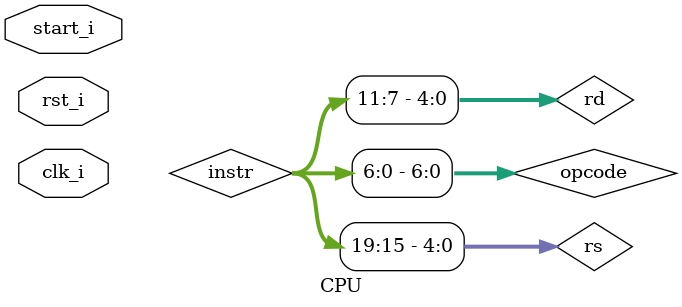
<source format=v>
module CPU
(
    clk_i, 
    rst_i,
    start_i
);

// Ports
input               clk_i;
input               rst_i;
input               start_i;
wire [31:0] pc;
wire [31:0] instr_addr, instr;
wire [31:0] rs_data, rt_data;
wire [11:0] imm;
wire [4:0] imm2;
wire [6:0] opcode;
wire [6:0] funct7_i;
wire [4:0] rs, rt, rd;
wire [2:0] funct3_i;
wire [31 : 0] ID_EX_RSdata;
wire [31 : 0] ID_EX_RTdata;
assign opcode = instr[6:0];
wire [31:0] PC_addr;

assign rd = instr[11:7];
assign rs = instr[19:15];
assign funct3_i = instr[14:12] ;
assign rt = instr[24:20];
assign funct7_i = instr[31:25];
assign imm = instr[31:20];
//assign imm2 = instr[24:20];
//從頭到尾跑一遍 

// 由brach吐出來的決定

wire [31:0] IFID_addr_o,IFID_inst_o; //定義IFID_addr_o 等等會用來與ADD_branch做相加

/*還沒用完*/
branch_predictor Brach_Predictor(
    .clk_i (clk_i),
    .rst_i (rst_i),
    .update_i (XNor.data_o),
    .branch_i (IDEX.Branch_o),
    .predict_o (),
    .last_branch_o (),
    .bit1_o (),
    .bit2_o ()
);

MUX32_4Input MUX_PCSrc(
    .data1_i    (Add_PC.data_o),
    .data2_i    (Add_Branch_addr.data_o),
    .data3_i    ( MUX_EXPCtoPC.data_o), /*預測錯誤回傳的地址*/ /*這有很大的問題*/ 
    /*data3 有大BUG*/// 單獨沒問題 過mutex就有問題
    .select_i   (Forward_PC.forward_o),  
    .data_o     ()
);

// MUX32 MUX_PCSrc(
//     .data1_i    (Add_PC.data_o),
//     .data2_i    (Add_Branch_addr.data_o),    
//     .select_i   (Branch_And.data_o),  
//     .data_o     ()
// );
And Branch_And(
    .data1_i	(Control.Branch_o),
    .data2_i	(Brach_Predictor.predict_o), //((ID_EX_RSdata == ID_EX_RTdata)? 1'b1 : 1'b0), //1代表strong predict  0 代表 weak predict
    .data_o	    ()
);

And EX_Flush(
    .data1_i	(IDEX.Branch_o),
    .data2_i	(~XNor.data_o), //((ID_EX_RSdata == ID_EX_RTdata)? 1'b1 : 1'b0), //1代表strong predict  0 代表 weak predict
    .data_o	    ()
);
Adder Add_Branch_addr(
    .data1_i   (  ImmGen.data_o << 1), 
    .data2_i   (IFID_addr_o),
    .data_o     ()
);

PC PC(
    .clk_i      (clk_i),
    .rst_i      (rst_i),
    .PCWrite_i  (Hazard.PCWrite_o),
    .pc_i       (MUX_PCSrc.data_o),
    .pc_o       (PC_addr)
);

Instruction_Memory Instruction_Memory(
    .addr_i     (PC_addr), 
    .instr_o    ()
);

Adder Add_PC(
    .data1_i    (PC_addr),
    .data2_i    (32'd4),
    .data_o     ()
);

Adder Add_PC2(
    .data1_i    (IDEX.PC_o),
    .data2_i    (32'd4),
    .data_o     ()
);



IFID IFID(
    .clk_i 	    (clk_i),
    .start_i 	(start_i),
    .addr_i 	(PC_addr),
    .inst_i 	(Instruction_Memory.instr_o),
    .Flush_i	(Branch_And.data_o | EX_Flush.data_o),
    .Stall_i    (Hazard.Stall_o),
    .addr_o	    (IFID_addr_o),
    .inst_o	    (IFID_inst_o)
);


Hazard Hazard(
    .IFID_RS1_i      (IFID_inst_o[19:15]),
    .IFID_RS2_i      (IFID_inst_o[24:20]),
    .IDEX_MemRead_i  (IDEX.MemRead_o),
    .IDEX_RD_i       (IDEX.RDaddr_o),
    .PCWrite_o       (),
    .Stall_o         (),
    .NoOp_o          ()
);


Registers Registers(
    .clk_i          (clk_i),
    .RS1addr_i      (IFID_inst_o[19:15]),
    .RS2addr_i      (IFID_inst_o[24:20]),
    .RDaddr_i       (MEMWB.RDaddr_o), 
    .RDdata_i       (MUX_MemtoReg.data_o),
    .RegWrite_i     (MEMWB.RegWrite_o), 
    .RS1data_o      (ID_EX_RSdata),  //用來作比較 equal branch
    .RS2data_o      (ID_EX_RTdata) 
);

Control Control(
    .Op_i       (IFID_inst_o[6:0]),
    .NoOp_i     (Hazard.NoOp_o),
	.RegWrite_o (),
	.MemtoReg_o (),
	.MemRead_o  (),
	.MemWrite_o (),
	.ALUOp_o    (),
	.ALUSrc_o   (),
    .Branch_o   ()
);

ImmGen ImmGen(
    .clk_i          (clk_i),
    .data_i         (IFID_inst_o),
    .data_o         ()
);

IDEX IDEX(
    .clk_i      (clk_i), 
    .start_i    (start_i), 
    .RegWrite_i (Control.RegWrite_o), 
    .MemtoReg_i (Control.MemtoReg_o),  
    .MemRead_i  (Control.MemRead_o), 
    .MemWrite_i (Control.MemWrite_o), 
    .ALUOp_i    (Control.ALUOp_o), 
    .ALUSrc_i   (Control.ALUSrc_o),
    .RSdata_i  (Registers.RS1data_o), 
    .RTdata_i  (Registers.RS2data_o), 
    .ImmGen_i   (ImmGen.data_o),
    //.funct_7_3_i ({IFID_inst_o[31:25],IFID_inst_o[14:12]}),
    .funct7_i (IFID_inst_o[31:25]),
    .funct3_i (IFID_inst_o[14:12]),
    .RSaddr_i  (IFID_inst_o[19:15]),
    .RTaddr_i  (IFID_inst_o[24:20]),
    .RDaddr_i   (IFID_inst_o[11:7]), 
    /*PC target i */
    .PC_target_i (Add_Branch_addr.data_o),
    .PC_i (IFID.addr_o),
    .Branch_i (Control.Branch_o),
    .Flush_i (EX_Flush.data_o), 
    /*not yet add */
    .RegWrite_o (), 
    .MemtoReg_o (),  
    .MemRead_o  (), 
    .MemWrite_o (), 
    .ALUOp_o    (), 
    .ALUSrc_o   (),
    .RSdata_o  (), 
    .RTdata_o  (), 
    .ImmGen_o   (),
    .funct7_o (),
    .funct3_o (),
    .RSaddr_o  (),
    .RTaddr_o  (),
    .RDaddr_o   (),
    .PC_o (),
    .PC_target_o (),
    .Branch_o (),
    .predict_o ()
);

MUX32_4Input MUX_ALUSrc_RS1(
    .data1_i    (IDEX.RSdata_o),
    .data2_i    (MUX_MemtoReg.data_o),
    .data3_i    (EXMEM.ALUdata_o),
    .select_i   (Forward.ForwardA_o),
    .data_o     ()
);

MUX32_4Input MUX_ALUSrc_RS2(
    .data1_i    (IDEX.RTdata_o),
    .data2_i    (MUX_MemtoReg.data_o),
    .data3_i    (EXMEM.ALUdata_o),
    .select_i   (Forward.ForwardB_o),
    .data_o     ()
);

MUX32 MUX_ALUSrc(
    .data1_i    (MUX_ALUSrc_RS2.data_o),
    .data2_i    (IDEX.ImmGen_o),
    .select_i   (IDEX.ALUSrc_o),
    .data_o     ()
);

Forward Forward(
    .ID_EX_RSaddr_i         (IDEX.RSaddr_o),
    .ID_EX_RTaddr_i         (IDEX.RTaddr_o),
    .EX_MEM_RegWrite_i   (EXMEM.RegWrite_o),
    .EX_MEM_RDaddr_i         (EXMEM.RDaddr_o),
    .MEM_WB_RegWrite_i   (MEMWB.RegWrite_o),
    .MEM_WB_RDaddr_i         (MEMWB.RDaddr_o),
    .ForwardA_o         (),
    .ForwardB_o         ()
);
Forward_PC Forward_PC(
    //這邊不是Control.Branch_o 因為如果是control 那就一定會跳 你應該要參考branch predictor
    // 也就是 AND_BRANCH 得輸出才是
    .branch_ID_i (Branch_And.data_o), 
    .branch_EX_i (IDEX.Branch_o & ~XNor.data_o),
    .forward_o ()
);



ALU_Control ALU_Control(
    .funct7_i    (IDEX.funct7_o),
    .funct3_i   (IDEX.funct3_o),
    .ALUOp_i    (IDEX.ALUOp_o),
    .ALUCtrl_o  ()
);
XNor XNor(
    .data1_i (ALU.Zero_o),
    .data2_i (Brach_Predictor.predict_o),
    .data_o ()
);

ALU ALU(
    .data1_i    (MUX_ALUSrc_RS1.data_o),
    .data2_i    (MUX_ALUSrc.data_o),
    .ALUCtrl_i  (ALU_Control.ALUCtrl_o),
    .data_o     (),
    .Zero_o     ()
);

EXMEM EXMEM (
    .clk_i      (clk_i),
    .start_i    (start_i),
    .RegWrite_i (IDEX.RegWrite_o),
    .MemtoReg_i (IDEX.MemtoReg_o),
    .MemRead_i  (IDEX.MemRead_o),
    .MemWrite_i (IDEX.MemWrite_o),
    .ALUdata_i  (ALU.data_o),
    .MemWdata_i (MUX_ALUSrc_RS2.data_o),
    .RDaddr_i (IDEX.RDaddr_o), 
    .RegWrite_o (),
    .MemtoReg_o (),
    .MemRead_o  (),
    .MemWrite_o (),
    .ALUdata_o  (),
    .MemWdata_o (),
    .RDaddr_o ()
);


Data_Memory Data_Memory(
    .clk_i      (clk_i), 
    .addr_i     (EXMEM.ALUdata_o), 
    .MemRead_i  (EXMEM.MemRead_o),
    .MemWrite_i (EXMEM.MemWrite_o),
    .data_i     (EXMEM.MemWdata_o),
    .data_o     ()
);


MEMWB MEMWB(
	.clk_i      (clk_i),
	.start_i    (start_i),
	.RegWrite_i (EXMEM.RegWrite_o),
	.MemtoReg_i (EXMEM.MemtoReg_o),
    .ALUdata_i  (EXMEM.ALUdata_o),
	.ReadData_i (Data_Memory.data_o),
	.RDaddr_i (EXMEM.RDaddr_o),
	.RegWrite_o (),
	.MemtoReg_o (),
    .ALUdata_o  (),
	.ReadData_o (),
	.RDaddr_o ()
);

MUX32 MUX_MemtoReg(
    .data1_i    (MEMWB.ALUdata_o),
    .data2_i    (MEMWB.ReadData_o),
    .select_i   (MEMWB.MemtoReg_o),
    .data_o     ()
);

MUX32 MUX_EXPCtoPC( /*這邊也有問題*/
    .data1_i    (IDEX.PC_target_o), //0是他 代表預測not taken 所以反過來 
    .data2_i    (Add_PC2.data_o), // 1是他 代表預測 taken 
    .select_i   (Brach_Predictor.predict_o), 
    .data_o     ()
);
// Control Control(
//     .Op_i       (opcode),
//     .ALUOp_o    (ALU_Control.ALUOp_i),
//     .ALUSrc_o   (MUX_ALUSrc.select_i),
//     .RegWrite_o (Registers.RegWrite_i)
// );



// Adder Add_PC(
//     .data1_in   (instr_addr),
//     .data2_in   (32'd4),
//     .data_o     (pc)
// );


// PC PC(
//     .clk_i      (clk_i),
//     .rst_i      (rst_i),
//     .start_i    (start_i),
//     .pc_i       (pc),
//     .pc_o       (instr_addr)
// );

// Instruction_Memory Instruction_Memory(
//     .addr_i     (instr_addr), 
//     .instr_o    (instr)
// );

// Registers Registers(
//     .clk_i      (clk_i),
//     .RS1addr_i   (rs),
//     .RS2addr_i   (rt),
//     .RDaddr_i    (rd), 
//     .RDdata_i   (ALU.data_o),
//     .RegWrite_i (Control.RegWrite_o), 
//     .RS1data_o   (rs_data), 
//     .RS2data_o   (rt_data) 
// );


// MUX32 MUX_ALUSrc(
//     .data1_i    (rt_data),
//     .data2_i    (Sign_Extend.data_o),
//     .select_i   (Control.ALUSrc_o),
//     .data_o     (ALU.data2_i)
// );



// Sign_Extend Sign_Extend(
//     .data_i     (imm),
//     .data_o     (MUX_ALUSrc.data2_i)
// );

  

// ALU ALU(
//     .data1_i    (rs_data),
//     .data2_i    (MUX_ALUSrc.data_o),
//     .ALUCtrl_i  (ALU_Control.ALUCtrl_o),
//     .data_o     (Registers.RDdata_i),
//     .Zero_o     (Zero_o),
//     .imm2_i     (rt)
// );



// ALU_Control ALU_Control(
//     .funct3_i    (funct3_i),
//     .funct7_i    (funct7_i),
//     .ALUOp_i    (Control.ALUOp_o),
//     .ALUCtrl_o  (ALU.ALUCtrl_i)
// );


endmodule


</source>
